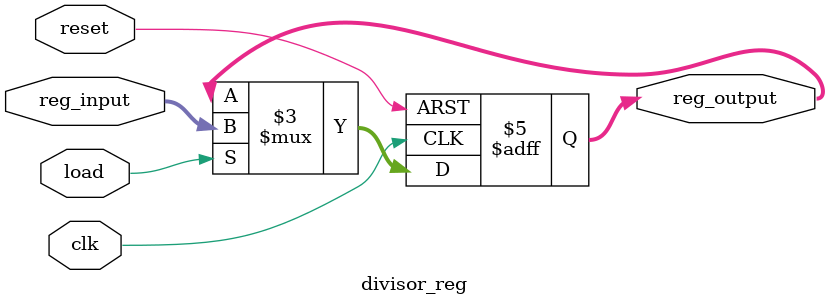
<source format=v>

module divisor_reg(	reg_output,              // output (8 bits)
					reg_input,              // input (8 bits)
					load,					// input
					clk,                    // clock input
					reset);                 // async reset 

// Outputs
output [7:0] reg_output;

// Inputs
input [7:0] reg_input;
input load;
input clk;
input reset;


// Regs
reg [7:0] reg_output;

// Wires

// Behavioural Description

always @(posedge clk or posedge reset) begin
	if (reset) begin
		// async reset
		reg_output = 8'b00000000;		// reset register value    
	end
	else if (load) begin
		// load register selected
		reg_output = reg_input;		// bits [6:0] of register loaded with value of  input
	end
end

endmodule

</source>
